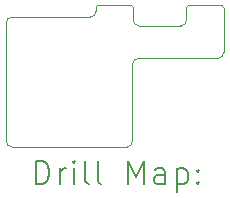
<source format=gbr>
%TF.GenerationSoftware,KiCad,Pcbnew,(6.0.10)*%
%TF.CreationDate,2023-07-19T18:34:38-05:00*%
%TF.ProjectId,MVS Pause Button,4d565320-5061-4757-9365-20427574746f,rev?*%
%TF.SameCoordinates,Original*%
%TF.FileFunction,Drillmap*%
%TF.FilePolarity,Positive*%
%FSLAX45Y45*%
G04 Gerber Fmt 4.5, Leading zero omitted, Abs format (unit mm)*
G04 Created by KiCad (PCBNEW (6.0.10)) date 2023-07-19 18:34:38*
%MOMM*%
%LPD*%
G01*
G04 APERTURE LIST*
%ADD10C,0.100000*%
%ADD11C,0.200000*%
G04 APERTURE END LIST*
D10*
X11590000Y-5380000D02*
X11590000Y-4730000D01*
X12312500Y-4680000D02*
G75*
G03*
X12362500Y-4630000I0J50000D01*
G01*
X11540000Y-5430000D02*
G75*
G03*
X11590000Y-5380000I0J50000D01*
G01*
X11597500Y-4355000D02*
G75*
G03*
X11647500Y-4405000I50000J0D01*
G01*
X11232500Y-4330000D02*
X11207500Y-4330000D01*
X10770000Y-4330000D02*
X11145000Y-4330000D01*
X10570000Y-5430000D02*
X10770000Y-5430000D01*
X12072500Y-4230000D02*
X12337500Y-4230000D01*
X11860000Y-4680000D02*
X12312500Y-4680000D01*
X12072500Y-4230000D02*
G75*
G03*
X12047500Y-4255000I0J-25000D01*
G01*
X10520000Y-4380000D02*
X10520000Y-5380000D01*
X11307500Y-4230000D02*
G75*
G03*
X11282500Y-4255000I0J-25000D01*
G01*
X10570000Y-4330000D02*
X10770000Y-4330000D01*
X12362500Y-4255000D02*
X12362500Y-4610000D01*
X11232500Y-4330000D02*
G75*
G03*
X11282500Y-4280000I0J50000D01*
G01*
X11597500Y-4355000D02*
X11597500Y-4255000D01*
X11997500Y-4405000D02*
G75*
G03*
X12047500Y-4355000I0J50000D01*
G01*
X12047500Y-4355000D02*
X12047500Y-4255000D01*
X11640000Y-4680000D02*
G75*
G03*
X11590000Y-4730000I0J-50000D01*
G01*
X10520000Y-5380000D02*
G75*
G03*
X10570000Y-5430000I50000J0D01*
G01*
X11307500Y-4230000D02*
X11572500Y-4230000D01*
X11282500Y-4255000D02*
X11282500Y-4280000D01*
X12362500Y-4255000D02*
G75*
G03*
X12337500Y-4230000I-25000J0D01*
G01*
X11647500Y-4405000D02*
X11997500Y-4405000D01*
X11540000Y-5430000D02*
X11535000Y-5430000D01*
X11597500Y-4255000D02*
G75*
G03*
X11572500Y-4230000I-25000J0D01*
G01*
X11720000Y-4680000D02*
X11640000Y-4680000D01*
X12362500Y-4610000D02*
X12362500Y-4630000D01*
X11860000Y-4680000D02*
X11720000Y-4680000D01*
X11535000Y-5430000D02*
X10770000Y-5430000D01*
X10570000Y-4330000D02*
G75*
G03*
X10520000Y-4380000I0J-50000D01*
G01*
X11145000Y-4330000D02*
X11207500Y-4330000D01*
D11*
X10772619Y-5745476D02*
X10772619Y-5545476D01*
X10820238Y-5545476D01*
X10848810Y-5555000D01*
X10867857Y-5574048D01*
X10877381Y-5593095D01*
X10886905Y-5631190D01*
X10886905Y-5659762D01*
X10877381Y-5697857D01*
X10867857Y-5716905D01*
X10848810Y-5735952D01*
X10820238Y-5745476D01*
X10772619Y-5745476D01*
X10972619Y-5745476D02*
X10972619Y-5612143D01*
X10972619Y-5650238D02*
X10982143Y-5631190D01*
X10991667Y-5621667D01*
X11010714Y-5612143D01*
X11029762Y-5612143D01*
X11096429Y-5745476D02*
X11096429Y-5612143D01*
X11096429Y-5545476D02*
X11086905Y-5555000D01*
X11096429Y-5564524D01*
X11105952Y-5555000D01*
X11096429Y-5545476D01*
X11096429Y-5564524D01*
X11220238Y-5745476D02*
X11201190Y-5735952D01*
X11191667Y-5716905D01*
X11191667Y-5545476D01*
X11325000Y-5745476D02*
X11305952Y-5735952D01*
X11296428Y-5716905D01*
X11296428Y-5545476D01*
X11553571Y-5745476D02*
X11553571Y-5545476D01*
X11620238Y-5688333D01*
X11686905Y-5545476D01*
X11686905Y-5745476D01*
X11867857Y-5745476D02*
X11867857Y-5640714D01*
X11858333Y-5621667D01*
X11839286Y-5612143D01*
X11801190Y-5612143D01*
X11782143Y-5621667D01*
X11867857Y-5735952D02*
X11848809Y-5745476D01*
X11801190Y-5745476D01*
X11782143Y-5735952D01*
X11772619Y-5716905D01*
X11772619Y-5697857D01*
X11782143Y-5678809D01*
X11801190Y-5669286D01*
X11848809Y-5669286D01*
X11867857Y-5659762D01*
X11963095Y-5612143D02*
X11963095Y-5812143D01*
X11963095Y-5621667D02*
X11982143Y-5612143D01*
X12020238Y-5612143D01*
X12039286Y-5621667D01*
X12048809Y-5631190D01*
X12058333Y-5650238D01*
X12058333Y-5707381D01*
X12048809Y-5726428D01*
X12039286Y-5735952D01*
X12020238Y-5745476D01*
X11982143Y-5745476D01*
X11963095Y-5735952D01*
X12144048Y-5726428D02*
X12153571Y-5735952D01*
X12144048Y-5745476D01*
X12134524Y-5735952D01*
X12144048Y-5726428D01*
X12144048Y-5745476D01*
X12144048Y-5621667D02*
X12153571Y-5631190D01*
X12144048Y-5640714D01*
X12134524Y-5631190D01*
X12144048Y-5621667D01*
X12144048Y-5640714D01*
M02*

</source>
